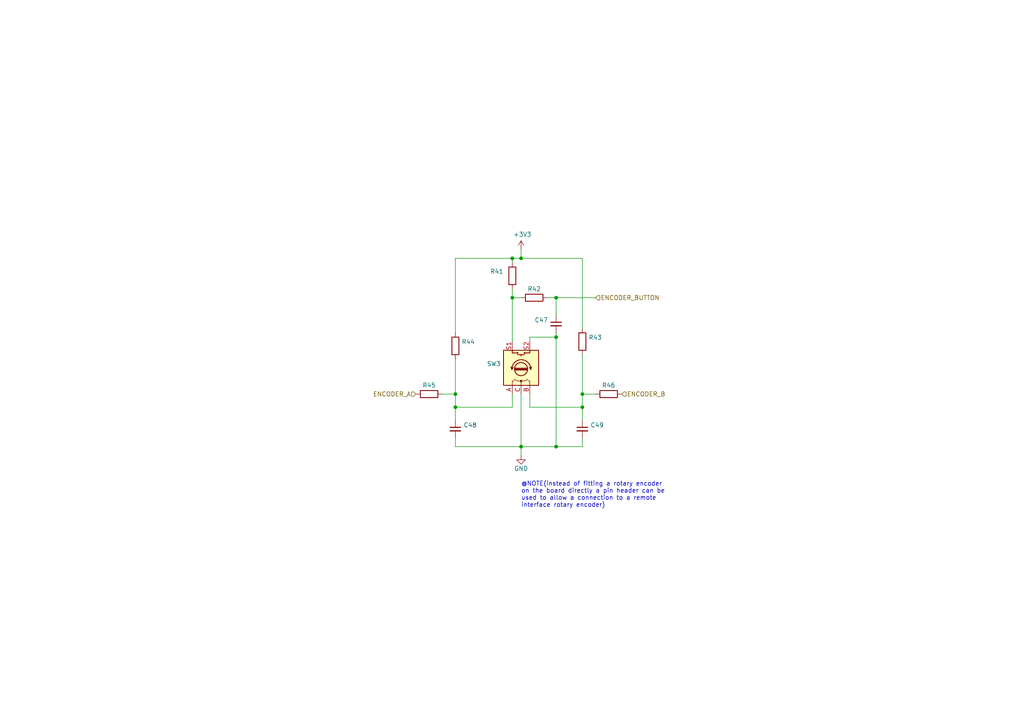
<source format=kicad_sch>
(kicad_sch (version 20211123) (generator eeschema)
  (paper "A4")
  (title_block (title "KLST_SHEEP") (date "2021-05-01") (rev "0.2"))
  (lib_symbols
    (symbol "Device:C_Small" (pin_numbers hide) (pin_names (offset 0.254) hide)
      (property "Reference" "C" (at 0.254 1.778 0))
      (property "Value" "C_Small" (at 0.254 -2.032 0))
      (symbol "C_Small_0_1"
        (polyline (pts (xy -1.524 -0.508) (xy 1.524 -0.508)) (stroke (width 0.3302)))
        (polyline (pts (xy -1.524 0.508) (xy 1.524 0.508)) (stroke (width 0.3048)))
      )
      (symbol "C_Small_1_1"
        (pin passive line (at 0 2.54 270) (length 2.032) (name "~") (number "1"))
        (pin passive line (at 0 -2.54 90) (length 2.032) (name "~") (number "2"))
      )
    )
    (symbol "Device:R" (pin_numbers hide) (pin_names (offset 0))
      (property "Reference" "R" (at 2.032 0 90))
      (property "Value" "R" (at 0 0 90))
      (symbol "R_0_1"
        (rectangle (start -1.016 -2.54) (end 1.016 2.54) (stroke (width 0.254)))
      )
      (symbol "R_1_1"
        (pin passive line (at 0 3.81 270) (length 1.27) (name "~") (number "1"))
        (pin passive line (at 0 -3.81 90) (length 1.27) (name "~") (number "2"))
      )
    )
    (symbol "KLST_SHEEP-rescue:Rotary_Encoder_Switch-Device" (pin_names (offset 0.254) hide)
      (property "Reference" "SW" (at 0 6.604 0))
      (property "Value" "Rotary_Encoder_Switch-Device" (at 0 -6.604 0))
      (symbol "Rotary_Encoder_Switch-Device_0_1"
        (rectangle (start -5.08 5.08) (end 5.08 -5.08) (stroke (width 0.254)) (fill (type background)))
        (circle (center -3.81 0) (radius 0.254) (fill (type outline)))
        (arc (start -0.381 -2.794) (mid 2.3622 -0.0508) (end -0.381 2.667) (stroke (width 0.254)))
        (circle (center -0.381 0) (radius 1.905) (stroke (width 0.254)))
        (polyline (pts (xy -0.635 -1.778) (xy -0.635 1.778)) (stroke (width 0.254)))
        (polyline (pts (xy -0.381 -1.778) (xy -0.381 1.778)) (stroke (width 0.254)))
        (polyline (pts (xy -0.127 1.778) (xy -0.127 -1.778)) (stroke (width 0.254)))
        (polyline (pts (xy 3.81 0) (xy 3.429 0)) (stroke (width 0.254)))
        (polyline (pts (xy 3.81 1.016) (xy 3.81 -1.016)) (stroke (width 0.254)))
        (polyline (pts (xy -5.08 -2.54) (xy -3.81 -2.54) (xy -3.81 -2.032)))
        (polyline (pts (xy -5.08 2.54) (xy -3.81 2.54) (xy -3.81 2.032)))
        (polyline (pts (xy 0.254 -3.048) (xy -0.508 -2.794) (xy 0.127 -2.413)) (stroke (width 0.254)))
        (polyline (pts (xy 0.254 2.921) (xy -0.508 2.667) (xy 0.127 2.286)) (stroke (width 0.254)))
        (polyline (pts (xy 5.08 -2.54) (xy 4.318 -2.54) (xy 4.318 -1.016)) (stroke (width 0.254)))
        (polyline (pts (xy 5.08 2.54) (xy 4.318 2.54) (xy 4.318 1.016)) (stroke (width 0.254)))
        (polyline (pts (xy -5.08 0) (xy -3.81 0) (xy -3.81 -1.016) (xy -3.302 -2.032)))
        (polyline (pts (xy -4.318 0) (xy -3.81 0) (xy -3.81 1.016) (xy -3.302 2.032)))
        (circle (center 4.318 -1.016) (radius 0.127) (stroke (width 0.254)))
        (circle (center 4.318 1.016) (radius 0.127) (stroke (width 0.254)))
      )
      (symbol "Rotary_Encoder_Switch-Device_1_1"
        (pin passive line (at -7.62 2.54 0) (length 2.54) (name "A") (number "A"))
        (pin passive line (at -7.62 -2.54 0) (length 2.54) (name "B") (number "B"))
        (pin passive line (at -7.62 0 0) (length 2.54) (name "C") (number "C"))
        (pin passive line (at 7.62 2.54 180) (length 2.54) (name "S1") (number "S1"))
        (pin passive line (at 7.62 -2.54 180) (length 2.54) (name "S2") (number "S2"))
      )
    )
    (symbol "power:+3V3" (power) (pin_names (offset 0))
      (property "Value" "+3V3" (at 0 3.556 0))
      (symbol "+3V3_0_1"
        (polyline (pts (xy -0.762 1.27) (xy 0 2.54)))
        (polyline (pts (xy 0 0) (xy 0 2.54)))
        (polyline (pts (xy 0 2.54) (xy 0.762 1.27)))
      )
      (symbol "+3V3_1_1"
        (pin power_in line (at 0 0 90) (length 0) hide (name "+3V3") (number "1"))
      )
    )
    (symbol "power:GND" (power) (pin_names (offset 0))
      (property "Value" "GND" (at 0 -3.81 0))
      (symbol "GND_0_1"
        (polyline (pts (xy 0 0) (xy 0 -1.27) (xy 1.27 -1.27) (xy 0 -2.54) (xy -1.27 -1.27) (xy 0 -1.27)))
      )
      (symbol "GND_1_1"
        (pin power_in line (at 0 0 270) (length 0) hide (name "GND") (number "1"))
      )
    )
  )
  (junction (at 161.29 86.36))
  (junction (at 151.13 74.93))
  (junction (at 132.08 118.11))
  (junction (at 148.59 86.36))
  (junction (at 161.29 97.79))
  (junction (at 148.59 74.93))
  (junction (at 168.91 114.3))
  (junction (at 161.29 129.54))
  (junction (at 132.08 114.3))
  (junction (at 151.13 129.54))
  (junction (at 168.91 118.11))
  (wire (pts (xy 128.27 114.3) (xy 132.08 114.3)))
  (wire (pts (xy 148.59 114.3) (xy 148.59 118.11)))
  (wire (pts (xy 151.13 129.54) (xy 151.13 132.08)))
  (wire (pts (xy 132.08 127) (xy 132.08 129.54)))
  (wire (pts (xy 161.29 96.52) (xy 161.29 97.79)))
  (wire (pts (xy 151.13 74.93) (xy 168.91 74.93)))
  (wire (pts (xy 161.29 129.54) (xy 168.91 129.54)))
  (wire (pts (xy 161.29 86.36) (xy 172.72 86.36)))
  (wire (pts (xy 153.67 114.3) (xy 153.67 118.11)))
  (wire (pts (xy 168.91 129.54) (xy 168.91 127)))
  (wire (pts (xy 153.67 118.11) (xy 168.91 118.11)))
  (wire (pts (xy 132.08 74.93) (xy 132.08 96.52)))
  (wire (pts (xy 168.91 102.87) (xy 168.91 114.3)))
  (wire (pts (xy 148.59 74.93) (xy 148.59 76.2)))
  (wire (pts (xy 153.67 97.79) (xy 161.29 97.79)))
  (wire (pts (xy 168.91 121.92) (xy 168.91 118.11)))
  (wire (pts (xy 172.72 114.3) (xy 168.91 114.3)))
  (wire (pts (xy 168.91 114.3) (xy 168.91 118.11)))
  (wire (pts (xy 168.91 74.93) (xy 168.91 95.25)))
  (wire (pts (xy 148.59 83.82) (xy 148.59 86.36)))
  (wire (pts (xy 148.59 86.36) (xy 148.59 99.06)))
  (wire (pts (xy 158.75 86.36) (xy 161.29 86.36)))
  (wire (pts (xy 151.13 72.39) (xy 151.13 74.93)))
  (wire (pts (xy 132.08 114.3) (xy 132.08 118.11)))
  (wire (pts (xy 161.29 97.79) (xy 161.29 129.54)))
  (wire (pts (xy 151.13 86.36) (xy 148.59 86.36)))
  (wire (pts (xy 148.59 74.93) (xy 151.13 74.93)))
  (wire (pts (xy 151.13 129.54) (xy 151.13 114.3)))
  (wire (pts (xy 161.29 86.36) (xy 161.29 91.44)))
  (wire (pts (xy 132.08 74.93) (xy 148.59 74.93)))
  (wire (pts (xy 132.08 129.54) (xy 151.13 129.54)))
  (wire (pts (xy 132.08 104.14) (xy 132.08 114.3)))
  (wire (pts (xy 132.08 121.92) (xy 132.08 118.11)))
  (wire (pts (xy 153.67 99.06) (xy 153.67 97.79)))
  (wire (pts (xy 151.13 129.54) (xy 161.29 129.54)))
  (wire (pts (xy 148.59 118.11) (xy 132.08 118.11)))
  (text "@NOTE(instead of fitting a rotary encoder \non the board directly a pin header can be\nused to allow a connection to a remote \ninterface rotary encoder)" (at 151.13 147.32 0) (effects (font (size 1.27 1.27)) (justify left bottom)))
  (hierarchical_label "ENCODER_BUTTON" (shape input) (at 172.72 86.36 0))
  (hierarchical_label "ENCODER_B" (shape input) (at 180.34 114.3 0))
  (hierarchical_label "ENCODER_A" (shape input) (at 120.65 114.3 180))
  (symbol (lib_id "power:GND") (at 151.13 132.08 0) (unit 1)
    (property "Reference" "#PWR067" (effects hide))
  )
  (symbol (lib_id "Device:C_Small") (at 132.08 124.46 0) (unit 1)
    (property "Reference" "C48" (at 134.4168 123.2916 0) (effects (justify left)))
    (property "MFR.Part #" "CL05B104KO5NNNC" (effects hide))
    (property "Extended Part" "-" (effects hide))
    (property "JLCPCB Part #" "C1525" (effects hide))
  )
  (symbol (lib_id "Device:R") (at 124.46 114.3 270) (unit 1)
    (property "Reference" "R45" (at 124.46 111.76 90))
    (property "MFR.Part #" "0402WGF1002TCE" (effects hide))
    (property "Extended Part" "-" (effects hide))
    (property "JLCPCB Part #" "C25744" (effects hide))
  )
  (symbol (lib_id "Device:C_Small") (at 168.91 124.46 0) (unit 1)
    (property "Reference" "C49" (at 171.2468 123.2916 0) (effects (justify left)))
    (property "MFR.Part #" "CL05B104KO5NNNC" (effects hide))
    (property "Extended Part" "-" (effects hide))
    (property "JLCPCB Part #" "C1525" (effects hide))
  )
  (symbol (lib_id "Device:R") (at 176.53 114.3 270) (unit 1)
    (property "Reference" "R46" (at 176.53 111.76 90))
    (property "MFR.Part #" "0402WGF1002TCE" (effects hide))
    (property "Extended Part" "-" (effects hide))
    (property "JLCPCB Part #" "C25744" (effects hide))
  )
  (symbol (lib_id "KLST_SHEEP-rescue:Rotary_Encoder_Switch-Device") (at 151.13 106.68 90) (unit 1)
    (property "Reference" "SW3" (at 145.288 105.5116 90) (effects (justify left)))
    (property "MFR.Part #" "DNF" (effects hide))
    (property "Extended Part" "-" (effects hide))
    (property "JLCPCB Part #" "DNF" (effects hide))
  )
  (symbol (lib_id "Device:R") (at 168.91 99.06 0) (mirror y) (unit 1)
    (property "Reference" "R43" (at 170.688 97.8916 0) (effects (justify right)))
    (property "MFR.Part #" "0402WGF1002TCE" (effects hide))
    (property "Extended Part" "-" (effects hide))
    (property "JLCPCB Part #" "C25744" (effects hide))
  )
  (symbol (lib_id "Device:R") (at 132.08 100.33 0) (mirror y) (unit 1)
    (property "Reference" "R44" (at 133.858 99.1616 0) (effects (justify right)))
    (property "MFR.Part #" "0402WGF1002TCE" (effects hide))
    (property "Extended Part" "-" (effects hide))
    (property "JLCPCB Part #" "C25744" (effects hide))
  )
  (symbol (lib_id "Device:R") (at 148.59 80.01 180) (unit 1)
    (property "Reference" "R41" (at 146.05 78.74 0) (effects (justify left)))
    (property "MFR.Part #" "0402WGF1002TCE" (effects hide))
    (property "Extended Part" "-" (effects hide))
    (property "JLCPCB Part #" "C25744" (effects hide))
  )
  (symbol (lib_id "Device:C_Small") (at 161.29 93.98 0) (mirror y) (unit 1)
    (property "Reference" "C47" (at 158.9532 92.8116 0) (effects (justify left)))
    (property "MFR.Part #" "CL05B104KO5NNNC" (effects hide))
    (property "Extended Part" "-" (effects hide))
    (property "JLCPCB Part #" "C1525" (effects hide))
  )
  (symbol (lib_id "Device:R") (at 154.94 86.36 270) (unit 1)
    (property "Reference" "R42" (at 154.94 83.82 90))
    (property "MFR.Part #" "0402WGF1001TCE" (effects hide))
    (property "Extended Part" "-" (effects hide))
    (property "JLCPCB Part #" "C11702" (effects hide))
  )
  (symbol (lib_id "power:+3V3") (at 151.13 72.39 0) (unit 1)
    (property "Reference" "#PWR?" (effects hide))
  )
)
</source>
